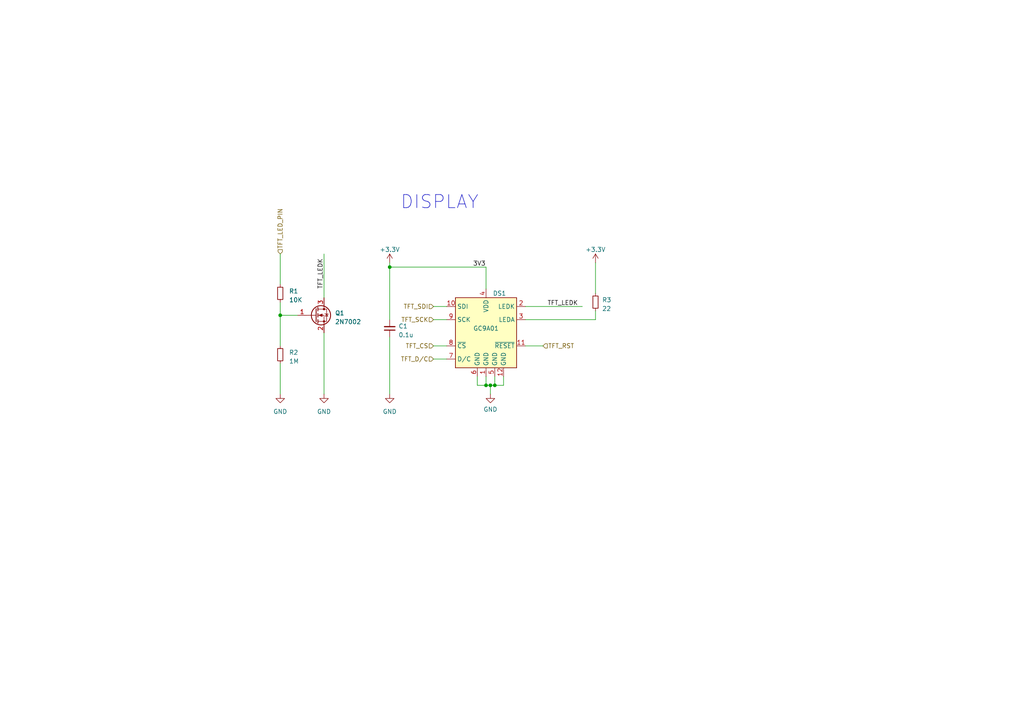
<source format=kicad_sch>
(kicad_sch (version 20231120) (generator "eeschema") (generator_version "8.0")
  (paper "A4")
  (lib_symbols
    (symbol "Device:C_Small" (pin_numbers hide) (pin_names (offset 0.254) hide)
      (property "Reference" "C" (at 0.254 1.778 0))
      (property "Value" "C_Small" (at 0.254 -2.032 0))
      (symbol "C_Small_0_1"
        (polyline (pts (xy -1.524 -0.508) (xy 1.524 -0.508)) (stroke (width 0.3302)))
        (polyline (pts (xy -1.524 0.508) (xy 1.524 0.508)) (stroke (width 0.3048)))
      )
      (symbol "C_Small_1_1"
        (pin passive line (at 0 2.54 270) (length 2.032) (name "~") (number "1"))
        (pin passive line (at 0 -2.54 90) (length 2.032) (name "~") (number "2"))
      )
    )
    (symbol "Device:R_Small" (pin_numbers hide) (pin_names (offset 0.254) hide)
      (property "Reference" "R" (at 0.762 0.508 0))
      (property "Value" "R_Small" (at 0.762 -1.016 0))
      (symbol "R_Small_0_1"
        (rectangle (start -0.762 1.778) (end 0.762 -1.778) (stroke (width 0.2032)))
      )
      (symbol "R_Small_1_1"
        (pin passive line (at 0 2.54 270) (length 0.762) (name "~") (number "1"))
        (pin passive line (at 0 -2.54 90) (length 0.762) (name "~") (number "2"))
      )
    )
    (symbol "Project_Library:GC9A01"
      (property "Reference" "DS" (at 6.35 10.16 0))
      (symbol "GC9A01_0_0"
        (pin power_in line (at 0 -13.97 90) (length 2.54) (name "GND") (number "1"))
        (pin bidirectional line (at -11.43 6.35 0) (length 2.54) (name "SDI") (number "10"))
        (pin input line (at 11.43 -5.08 180) (length 2.54) (name "~{RESET}") (number "11"))
        (pin power_in line (at 5.08 -13.97 90) (length 2.54) (name "GND") (number "12"))
        (pin passive line (at 11.43 6.35 180) (length 2.54) (name "LEDK") (number "2"))
        (pin passive line (at 11.43 2.54 180) (length 2.54) (name "LEDA") (number "3"))
        (pin power_in line (at 0 11.43 270) (length 2.54) (name "VDD") (number "4"))
        (pin power_in line (at 2.54 -13.97 90) (length 2.54) (name "GND") (number "5"))
        (pin power_in line (at -2.54 -13.97 90) (length 2.54) (name "GND") (number "6"))
        (pin input line (at -11.43 -8.89 0) (length 2.54) (name "D/C") (number "7"))
        (pin input line (at -11.43 -5.08 0) (length 2.54) (name "~{CS}") (number "8"))
        (pin input line (at -11.43 2.54 0) (length 2.54) (name "SCK") (number "9"))
      )
      (symbol "GC9A01_0_1"
        (rectangle (start -8.89 8.89) (end 8.89 -11.43) (stroke (width 0.2032)) (fill (type background)))
      )
    )
    (symbol "Transistor_FET:2N7002" (pin_names hide)
      (property "Reference" "Q" (at 5.08 1.905 0))
      (property "Value" "2N7002" (at 5.08 0 0))
      (symbol "2N7002_0_1"
        (polyline (pts (xy 0.254 0) (xy -2.54 0)))
        (polyline (pts (xy 0.254 1.905) (xy 0.254 -1.905)) (stroke (width 0.254)))
        (polyline (pts (xy 0.762 -1.27) (xy 0.762 -2.286)) (stroke (width 0.254)))
        (polyline (pts (xy 0.762 0.508) (xy 0.762 -0.508)) (stroke (width 0.254)))
        (polyline (pts (xy 0.762 2.286) (xy 0.762 1.27)) (stroke (width 0.254)))
        (polyline (pts (xy 2.54 2.54) (xy 2.54 1.778)))
        (polyline (pts (xy 2.54 -2.54) (xy 2.54 0) (xy 0.762 0)))
        (polyline (pts (xy 0.762 -1.778) (xy 3.302 -1.778) (xy 3.302 1.778) (xy 0.762 1.778)))
        (polyline (pts (xy 1.016 0) (xy 2.032 0.381) (xy 2.032 -0.381) (xy 1.016 0)) (fill (type outline)))
        (polyline (pts (xy 2.794 0.508) (xy 2.921 0.381) (xy 3.683 0.381) (xy 3.81 0.254)))
        (polyline (pts (xy 3.302 0.381) (xy 2.921 -0.254) (xy 3.683 -0.254) (xy 3.302 0.381)))
        (circle (center 1.651 0) (radius 2.794) (stroke (width 0.254)))
        (circle (center 2.54 -1.778) (radius 0.254) (fill (type outline)))
        (circle (center 2.54 1.778) (radius 0.254) (fill (type outline)))
      )
      (symbol "2N7002_1_1"
        (pin input line (at -5.08 0 0) (length 2.54) (name "G") (number "1"))
        (pin passive line (at 2.54 -5.08 90) (length 2.54) (name "S") (number "2"))
        (pin passive line (at 2.54 5.08 270) (length 2.54) (name "D") (number "3"))
      )
    )
    (symbol "power:+3.3V" (power) (pin_names (offset 0))
      (property "Value" "+3.3V" (at 0 3.556 0))
      (symbol "+3.3V_0_1"
        (polyline (pts (xy -0.762 1.27) (xy 0 2.54)))
        (polyline (pts (xy 0 0) (xy 0 2.54)))
        (polyline (pts (xy 0 2.54) (xy 0.762 1.27)))
      )
      (symbol "+3.3V_1_1"
        (pin power_in line (at 0 0 90) (length 0) hide (name "+3.3V") (number "1"))
      )
    )
    (symbol "power:GND" (power) (pin_names (offset 0))
      (property "Value" "GND" (at 0 -3.81 0))
      (symbol "GND_0_1"
        (polyline (pts (xy 0 0) (xy 0 -1.27) (xy 1.27 -1.27) (xy 0 -2.54) (xy -1.27 -1.27) (xy 0 -1.27)))
      )
      (symbol "GND_1_1"
        (pin power_in line (at 0 0 270) (length 0) hide (name "GND") (number "1"))
      )
    )
  )
  (junction (at 81.28 91.44))
  (junction (at 113.03 77.47))
  (junction (at 143.51 111.76))
  (junction (at 142.24 111.76))
  (junction (at 140.97 111.76))
  (wire (pts (xy 140.97 77.47) (xy 140.97 83.82)))
  (wire (pts (xy 152.4 100.33) (xy 157.48 100.33)))
  (wire (pts (xy 143.51 111.76) (xy 146.05 111.76)))
  (wire (pts (xy 143.51 109.22) (xy 143.51 111.76)))
  (wire (pts (xy 140.97 111.76) (xy 142.24 111.76)))
  (wire (pts (xy 93.98 73.66) (xy 93.98 86.36)))
  (wire (pts (xy 138.43 109.22) (xy 138.43 111.76)))
  (wire (pts (xy 113.03 97.79) (xy 113.03 114.3)))
  (wire (pts (xy 138.43 111.76) (xy 140.97 111.76)))
  (wire (pts (xy 93.98 96.52) (xy 93.98 114.3)))
  (wire (pts (xy 113.03 77.47) (xy 140.97 77.47)))
  (wire (pts (xy 81.28 73.66) (xy 81.28 82.55)))
  (wire (pts (xy 125.73 92.71) (xy 129.54 92.71)))
  (wire (pts (xy 172.72 90.17) (xy 172.72 92.71)))
  (wire (pts (xy 81.28 91.44) (xy 81.28 100.33)))
  (wire (pts (xy 81.28 91.44) (xy 86.36 91.44)))
  (wire (pts (xy 125.73 88.9) (xy 129.54 88.9)))
  (wire (pts (xy 125.73 100.33) (xy 129.54 100.33)))
  (wire (pts (xy 142.24 111.76) (xy 143.51 111.76)))
  (wire (pts (xy 152.4 88.9) (xy 168.91 88.9)))
  (wire (pts (xy 81.28 105.41) (xy 81.28 114.3)))
  (wire (pts (xy 142.24 114.3) (xy 142.24 111.76)))
  (wire (pts (xy 81.28 87.63) (xy 81.28 91.44)))
  (wire (pts (xy 113.03 77.47) (xy 113.03 92.71)))
  (wire (pts (xy 113.03 76.2) (xy 113.03 77.47)))
  (wire (pts (xy 140.97 109.22) (xy 140.97 111.76)))
  (wire (pts (xy 146.05 111.76) (xy 146.05 109.22)))
  (wire (pts (xy 172.72 92.71) (xy 152.4 92.71)))
  (wire (pts (xy 125.73 104.14) (xy 129.54 104.14)))
  (wire (pts (xy 172.72 76.2) (xy 172.72 85.09)))
  (text "DISPLAY\n" (at 116.078 60.96 0) (effects (font (size 3.81 3.81)) (justify left bottom)))
  (label "TFT_LEDK" (at 93.98 83.82 90))
  (label "3V3" (at 137.16 77.47 0))
  (label "TFT_LEDK" (at 158.75 88.9 0))
  (hierarchical_label "TFT_RST" (shape input) (at 157.48 100.33 0))
  (hierarchical_label "TFT_SCK" (shape input) (at 125.73 92.71 180))
  (hierarchical_label "TFT_SDI" (shape input) (at 125.73 88.9 180))
  (hierarchical_label "TFT_D{slash}C" (shape input) (at 125.73 104.14 180))
  (hierarchical_label "TFT_LED_PIN" (shape input) (at 81.28 73.66 90))
  (hierarchical_label "TFT_CS" (shape input) (at 125.73 100.33 180))
  (symbol (lib_id "power:GND") (at 113.03 114.3 0) (unit 1)
    (property "Reference" "#PWR04" (effects (hide yes)))
    (property "Value" "GND" (at 113.03 119.38 0))
  )
  (symbol (lib_id "Device:C_Small") (at 113.03 95.25 180) (unit 1)
    (property "Reference" "C1" (at 115.57 94.6086 0) (effects (justify right)))
    (property "Value" "0.1u" (at 115.57 97.1486 0) (effects (justify right)))
    (property "Footprint" "Capacitor_SMD:C_0603_1608Metric" (effects (hide yes)))
  )
  (symbol (lib_id "Transistor_FET:2N7002") (at 91.44 91.44 0) (unit 1)
    (property "Reference" "Q1" (at 97.155 90.805 0) (effects (justify left)))
    (property "Value" "2N7002" (at 97.155 93.345 0) (effects (justify left)))
    (property "Footprint" "Package_TO_SOT_SMD:SOT-23" (effects (hide yes)))
    (property "Datasheet" "https://www.onsemi.com/pub/Collateral/NDS7002A-D.PDF" (effects (hide yes)))
  )
  (symbol (lib_id "Device:R_Small") (at 172.72 87.63 180) (unit 1)
    (property "Reference" "R3" (at 174.625 86.995 0) (effects (justify right)))
    (property "Value" "22" (at 174.625 89.535 0) (effects (justify right)))
    (property "Footprint" "Resistor_SMD:R_0402_1005Metric" (effects (hide yes)))
  )
  (symbol (lib_id "Device:R_Small") (at 81.28 85.09 0) (unit 1)
    (property "Reference" "R1" (at 83.82 84.455 0) (effects (justify left)))
    (property "Value" "10K" (at 83.82 86.995 0) (effects (justify left)))
    (property "Footprint" "Resistor_SMD:R_0402_1005Metric" (effects (hide yes)))
  )
  (symbol (lib_id "power:GND") (at 81.28 114.3 0) (unit 1)
    (property "Reference" "#PWR01" (effects (hide yes)))
    (property "Value" "GND" (at 81.28 119.38 0))
  )
  (symbol (lib_id "power:GND") (at 142.24 114.3 0) (unit 1)
    (property "Reference" "#PWR05" (effects (hide yes)))
    (property "Value" "GND" (at 142.24 118.745 0))
  )
  (symbol (lib_id "power:+3.3V") (at 113.03 76.2 0) (unit 1)
    (property "Reference" "#PWR03" (effects (hide yes)))
    (property "Value" "+3.3V" (at 113.03 72.39 0))
  )
  (symbol (lib_id "power:GND") (at 93.98 114.3 0) (unit 1)
    (property "Reference" "#PWR02" (effects (hide yes)))
    (property "Value" "GND" (at 93.98 119.38 0))
  )
  (symbol (lib_id "Device:R_Small") (at 81.28 102.87 0) (unit 1)
    (property "Reference" "R2" (at 83.82 102.235 0) (effects (justify left)))
    (property "Value" "1M" (at 83.82 104.775 0) (effects (justify left)))
    (property "Footprint" "Resistor_SMD:R_0402_1005Metric" (effects (hide yes)))
  )
  (symbol (lib_id "Project_Library:GC9A01") (at 140.97 95.25 0) (unit 1)
    (property "Reference" "DS1" (at 142.9259 85.09 0) (effects (justify left)))
    (property "Value" "GC9A01" (at 140.97 95.25 0))
    (property "Footprint" "Project:GC9A01_TOP" (effects (hide yes)))
  )
  (symbol (lib_id "power:+3.3V") (at 172.72 76.2 0) (unit 1)
    (property "Reference" "#PWR06" (effects (hide yes)))
    (property "Value" "+3.3V" (at 172.72 72.39 0))
  )
)
</source>
